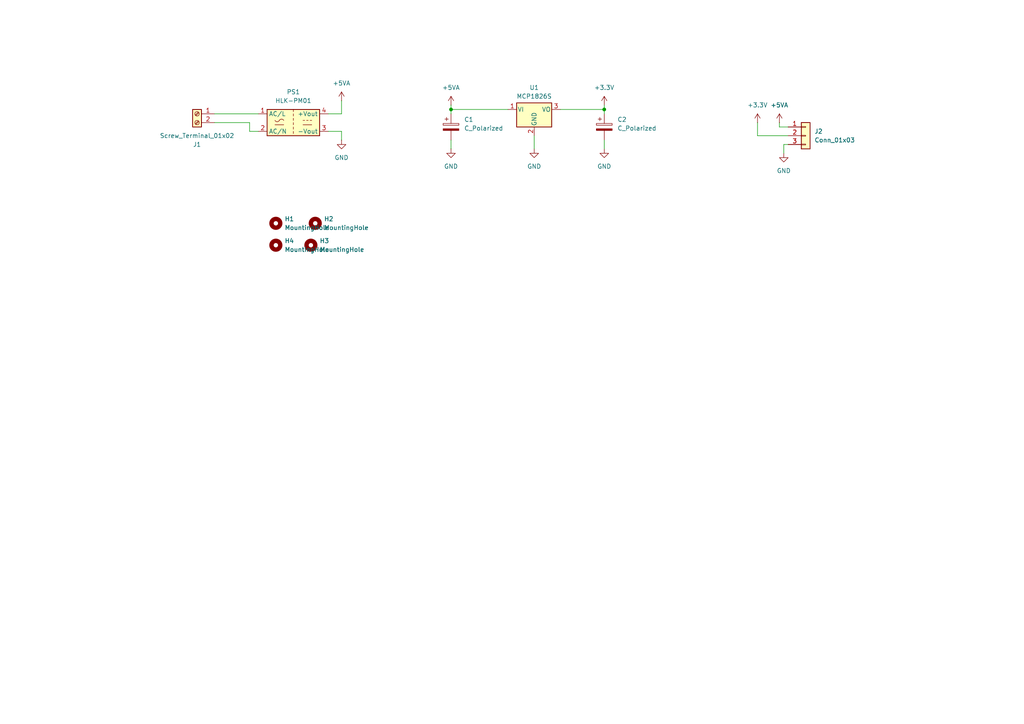
<source format=kicad_sch>
(kicad_sch (version 20231120) (generator "eeschema") (generator_version "8.0")
  (paper "A4")
  (lib_symbols
    (symbol "Connector:Screw_Terminal_01x02" (pin_names (offset 1.016) hide)
      (property "Reference" "J" (at 0 2.54 0))
      (property "Value" "Screw_Terminal_01x02" (at 0 -5.08 0))
      (symbol "Screw_Terminal_01x02_1_1"
        (rectangle (start -1.27 1.27) (end 1.27 -3.81) (stroke (width 0.254)) (fill (type background)))
        (circle (center 0 -2.54) (radius 0.635) (stroke (width 0.1524)))
        (polyline (pts (xy -0.5334 -2.2098) (xy 0.3302 -3.048)) (stroke (width 0.1524)))
        (polyline (pts (xy -0.5334 0.3302) (xy 0.3302 -0.508)) (stroke (width 0.1524)))
        (polyline (pts (xy -0.3556 -2.032) (xy 0.508 -2.8702)) (stroke (width 0.1524)))
        (polyline (pts (xy -0.3556 0.508) (xy 0.508 -0.3302)) (stroke (width 0.1524)))
        (circle (center 0 0) (radius 0.635) (stroke (width 0.1524)))
        (pin passive line (at -5.08 0 0) (length 3.81) (name "Pin_1") (number "1"))
        (pin passive line (at -5.08 -2.54 0) (length 3.81) (name "Pin_2") (number "2"))
      )
    )
    (symbol "Connector_Generic:Conn_01x03" (pin_names (offset 1.016) hide)
      (property "Reference" "J" (at 0 5.08 0))
      (property "Value" "Conn_01x03" (at 0 -5.08 0))
      (symbol "Conn_01x03_1_1"
        (rectangle (start -1.27 -2.413) (end 0 -2.667) (stroke (width 0.1524)))
        (rectangle (start -1.27 0.127) (end 0 -0.127) (stroke (width 0.1524)))
        (rectangle (start -1.27 2.667) (end 0 2.413) (stroke (width 0.1524)))
        (rectangle (start -1.27 3.81) (end 1.27 -3.81) (stroke (width 0.254)) (fill (type background)))
        (pin passive line (at -5.08 2.54 0) (length 3.81) (name "Pin_1") (number "1"))
        (pin passive line (at -5.08 0 0) (length 3.81) (name "Pin_2") (number "2"))
        (pin passive line (at -5.08 -2.54 0) (length 3.81) (name "Pin_3") (number "3"))
      )
    )
    (symbol "Converter_ACDC:HLK-PM01"
      (property "Reference" "PS" (at 0 5.08 0))
      (property "Value" "HLK-PM01" (at 0 -5.08 0))
      (symbol "HLK-PM01_0_1"
        (rectangle (start -7.62 3.81) (end 7.62 -3.81) (stroke (width 0.254)) (fill (type background)))
        (arc (start -5.334 0.635) (mid -4.699 0.2495) (end -4.064 0.635))
        (arc (start -2.794 0.635) (mid -3.429 1.0072) (end -4.064 0.635))
        (polyline (pts (xy -5.334 -0.635) (xy -2.794 -0.635)))
        (polyline (pts (xy 0 -2.54) (xy 0 -3.175)))
        (polyline (pts (xy 0 -1.27) (xy 0 -1.905)))
        (polyline (pts (xy 0 0) (xy 0 -0.635)))
        (polyline (pts (xy 0 1.27) (xy 0 0.635)))
        (polyline (pts (xy 0 2.54) (xy 0 1.905)))
        (polyline (pts (xy 0 3.81) (xy 0 3.175)))
        (polyline (pts (xy 2.794 -0.635) (xy 5.334 -0.635)))
        (polyline (pts (xy 2.794 0.635) (xy 3.302 0.635)))
        (polyline (pts (xy 3.81 0.635) (xy 4.318 0.635)))
        (polyline (pts (xy 4.826 0.635) (xy 5.334 0.635)))
      )
      (symbol "HLK-PM01_1_1"
        (pin power_in line (at -10.16 2.54 0) (length 2.54) (name "AC/L") (number "1"))
        (pin power_in line (at -10.16 -2.54 0) (length 2.54) (name "AC/N") (number "2"))
        (pin power_out line (at 10.16 -2.54 180) (length 2.54) (name "-Vout") (number "3"))
        (pin power_out line (at 10.16 2.54 180) (length 2.54) (name "+Vout") (number "4"))
      )
    )
    (symbol "Device:C_Polarized" (pin_numbers hide) (pin_names (offset 0.254))
      (property "Reference" "C" (at 0.635 2.54 0))
      (property "Value" "C_Polarized" (at 0.635 -2.54 0))
      (symbol "C_Polarized_0_1"
        (rectangle (start -2.286 0.508) (end 2.286 1.016))
        (polyline (pts (xy -1.778 2.286) (xy -0.762 2.286)))
        (polyline (pts (xy -1.27 2.794) (xy -1.27 1.778)))
        (rectangle (start 2.286 -0.508) (end -2.286 -1.016) (fill (type outline)))
      )
      (symbol "C_Polarized_1_1"
        (pin passive line (at 0 3.81 270) (length 2.794) (name "~") (number "1"))
        (pin passive line (at 0 -3.81 90) (length 2.794) (name "~") (number "2"))
      )
    )
    (symbol "Mechanical:MountingHole" (pin_names (offset 1.016)) (exclude_from_sim yes) (in_bom no)
      (property "Reference" "H" (at 0 5.08 0))
      (property "Value" "MountingHole" (at 0 3.175 0))
      (symbol "MountingHole_0_1"
        (circle (center 0 0) (radius 1.27) (stroke (width 1.27)))
      )
    )
    (symbol "Regulator_Linear:MCP1826S" (pin_names (offset 0.254))
      (property "Reference" "U" (at -3.81 3.175 0))
      (property "Value" "MCP1826S" (at 0 3.175 0))
      (symbol "MCP1826S_0_1"
        (rectangle (start -5.08 1.905) (end 5.08 -5.08) (stroke (width 0.254)) (fill (type background)))
      )
      (symbol "MCP1826S_1_1"
        (pin power_in line (at -7.62 0 0) (length 2.54) (name "VI") (number "1"))
        (pin power_in line (at 0 -7.62 90) (length 2.54) (name "GND") (number "2"))
        (pin power_out line (at 7.62 0 180) (length 2.54) (name "VO") (number "3"))
      )
    )
    (symbol "power:+3.3V" (power) (pin_numbers hide) (pin_names (offset 0) hide)
      (property "Value" "+3.3V" (at 0 3.556 0))
      (symbol "+3.3V_0_1"
        (polyline (pts (xy -0.762 1.27) (xy 0 2.54)))
        (polyline (pts (xy 0 0) (xy 0 2.54)))
        (polyline (pts (xy 0 2.54) (xy 0.762 1.27)))
      )
      (symbol "+3.3V_1_1"
        (pin power_in line (at 0 0 90) (length 0) (name "~") (number "1"))
      )
    )
    (symbol "power:+5VA" (power) (pin_numbers hide) (pin_names (offset 0) hide)
      (property "Value" "+5VA" (at 0 3.556 0))
      (symbol "+5VA_0_1"
        (polyline (pts (xy -0.762 1.27) (xy 0 2.54)))
        (polyline (pts (xy 0 0) (xy 0 2.54)))
        (polyline (pts (xy 0 2.54) (xy 0.762 1.27)))
      )
      (symbol "+5VA_1_1"
        (pin power_in line (at 0 0 90) (length 0) (name "~") (number "1"))
      )
    )
    (symbol "power:GND" (power) (pin_numbers hide) (pin_names (offset 0) hide)
      (property "Value" "GND" (at 0 -3.81 0))
      (symbol "GND_0_1"
        (polyline (pts (xy 0 0) (xy 0 -1.27) (xy 1.27 -1.27) (xy 0 -2.54) (xy -1.27 -1.27) (xy 0 -1.27)))
      )
      (symbol "GND_1_1"
        (pin power_in line (at 0 0 270) (length 0) (name "~") (number "1"))
      )
    )
  )
  (junction (at 175.26 31.75))
  (junction (at 130.81 31.75))
  (wire (pts (xy 62.23 35.56) (xy 72.39 35.56)))
  (wire (pts (xy 99.06 38.1) (xy 95.25 38.1)))
  (wire (pts (xy 175.26 40.64) (xy 175.26 43.18)))
  (wire (pts (xy 130.81 31.75) (xy 130.81 33.02)))
  (wire (pts (xy 130.81 40.64) (xy 130.81 43.18)))
  (wire (pts (xy 99.06 29.21) (xy 99.06 33.02)))
  (wire (pts (xy 99.06 33.02) (xy 95.25 33.02)))
  (wire (pts (xy 227.33 44.45) (xy 227.33 41.91)))
  (wire (pts (xy 72.39 35.56) (xy 72.39 38.1)))
  (wire (pts (xy 154.94 39.37) (xy 154.94 43.18)))
  (wire (pts (xy 175.26 30.48) (xy 175.26 31.75)))
  (wire (pts (xy 175.26 31.75) (xy 175.26 33.02)))
  (wire (pts (xy 147.32 31.75) (xy 130.81 31.75)))
  (wire (pts (xy 219.71 39.37) (xy 228.6 39.37)))
  (wire (pts (xy 99.06 40.64) (xy 99.06 38.1)))
  (wire (pts (xy 226.06 36.83) (xy 228.6 36.83)))
  (wire (pts (xy 227.33 41.91) (xy 228.6 41.91)))
  (wire (pts (xy 130.81 30.48) (xy 130.81 31.75)))
  (wire (pts (xy 162.56 31.75) (xy 175.26 31.75)))
  (wire (pts (xy 226.06 35.56) (xy 226.06 36.83)))
  (wire (pts (xy 62.23 33.02) (xy 74.93 33.02)))
  (wire (pts (xy 72.39 38.1) (xy 74.93 38.1)))
  (wire (pts (xy 219.71 35.56) (xy 219.71 39.37)))
  (symbol (lib_id "Mechanical:MountingHole") (at 90.17 71.12 0) (unit 1) (exclude_from_sim yes) (in_bom no)
    (property "Reference" "H3" (at 92.71 69.8499 0) (effects (justify left)))
    (property "Value" "MountingHole" (at 92.71 72.3899 0) (effects (justify left)))
    (property "Footprint" "MountingHole:MountingHole_3.2mm_M3_DIN965" (effects (hide yes)))
    (property "Description" "Mounting Hole without connection" (effects (hide yes)))
  )
  (symbol (lib_id "Connector_Generic:Conn_01x03") (at 233.68 39.37 0) (unit 1)
    (property "Reference" "J2" (at 236.22 38.0999 0) (effects (justify left)))
    (property "Value" "Conn_01x03" (at 236.22 40.6399 0) (effects (justify left)))
    (property "Footprint" "Connector_JST:JST_NV_B03P-NV_1x03_P5.00mm_Vertical" (effects (hide yes)))
    (property "Description" "Generic connector, single row, 01x03, script generated (kicad-library-utils/schlib/autogen/connector/)" (effects (hide yes)))
  )
  (symbol (lib_id "power:+5VA") (at 99.06 29.21 0) (unit 1)
    (property "Reference" "#PWR02" (effects (hide yes)))
    (property "Value" "+5VA" (at 99.06 24.13 0))
    (property "Description" "Power symbol creates a global label with name \"+5VA\"" (effects (hide yes)))
  )
  (symbol (lib_id "power:+5VA") (at 130.81 30.48 0) (unit 1)
    (property "Reference" "#PWR06" (effects (hide yes)))
    (property "Value" "+5VA" (at 130.81 25.4 0))
    (property "Description" "Power symbol creates a global label with name \"+5VA\"" (effects (hide yes)))
  )
  (symbol (lib_id "power:GND") (at 99.06 40.64 0) (unit 1)
    (property "Reference" "#PWR01" (effects (hide yes)))
    (property "Value" "GND" (at 99.06 45.72 0))
    (property "Description" "Power symbol creates a global label with name \"GND\" , ground" (effects (hide yes)))
  )
  (symbol (lib_id "Device:C_Polarized") (at 130.81 36.83 0) (unit 1)
    (property "Reference" "C1" (at 134.62 34.6709 0) (effects (justify left)))
    (property "Value" "C_Polarized" (at 134.62 37.2109 0) (effects (justify left)))
    (property "Footprint" "Capacitor_THT:CP_Radial_D4.0mm_P1.50mm" (effects (hide yes)))
    (property "Description" "Polarized capacitor" (effects (hide yes)))
  )
  (symbol (lib_id "Mechanical:MountingHole") (at 91.44 64.77 0) (unit 1) (exclude_from_sim yes) (in_bom no)
    (property "Reference" "H2" (at 93.98 63.4999 0) (effects (justify left)))
    (property "Value" "MountingHole" (at 93.98 66.0399 0) (effects (justify left)))
    (property "Footprint" "MountingHole:MountingHole_3.2mm_M3_DIN965" (effects (hide yes)))
    (property "Description" "Mounting Hole without connection" (effects (hide yes)))
  )
  (symbol (lib_id "power:GND") (at 227.33 44.45 0) (unit 1)
    (property "Reference" "#PWR08" (effects (hide yes)))
    (property "Value" "GND" (at 227.33 49.53 0))
    (property "Description" "Power symbol creates a global label with name \"GND\" , ground" (effects (hide yes)))
  )
  (symbol (lib_id "power:+3.3V") (at 219.71 35.56 0) (unit 1)
    (property "Reference" "#PWR09" (effects (hide yes)))
    (property "Value" "+3.3V" (at 219.71 30.48 0))
    (property "Description" "Power symbol creates a global label with name \"+3.3V\"" (effects (hide yes)))
  )
  (symbol (lib_id "Connector:Screw_Terminal_01x02") (at 57.15 33.02 0) (mirror y) (unit 1)
    (property "Reference" "J1" (at 57.15 41.91 0))
    (property "Value" "Screw_Terminal_01x02" (at 57.15 39.37 0))
    (property "Footprint" "TerminalBlock_Phoenix:TerminalBlock_Phoenix_MKDS-1,5-2-5.08_1x02_P5.08mm_Horizontal" (effects (hide yes)))
    (property "Description" "Generic screw terminal, single row, 01x02, script generated (kicad-library-utils/schlib/autogen/connector/)" (effects (hide yes)))
  )
  (symbol (lib_id "power:+5VA") (at 226.06 35.56 0) (unit 1)
    (property "Reference" "#PWR010" (effects (hide yes)))
    (property "Value" "+5VA" (at 226.06 30.48 0))
    (property "Description" "Power symbol creates a global label with name \"+5VA\"" (effects (hide yes)))
  )
  (symbol (lib_id "power:GND") (at 154.94 43.18 0) (unit 1)
    (property "Reference" "#PWR03" (effects (hide yes)))
    (property "Value" "GND" (at 154.94 48.26 0))
    (property "Description" "Power symbol creates a global label with name \"GND\" , ground" (effects (hide yes)))
  )
  (symbol (lib_id "power:+3.3V") (at 175.26 30.48 0) (unit 1)
    (property "Reference" "#PWR07" (effects (hide yes)))
    (property "Value" "+3.3V" (at 175.26 25.4 0))
    (property "Description" "Power symbol creates a global label with name \"+3.3V\"" (effects (hide yes)))
  )
  (symbol (lib_id "Mechanical:MountingHole") (at 80.01 71.12 0) (unit 1) (exclude_from_sim yes) (in_bom no)
    (property "Reference" "H4" (at 82.55 69.8499 0) (effects (justify left)))
    (property "Value" "MountingHole" (at 82.55 72.3899 0) (effects (justify left)))
    (property "Footprint" "MountingHole:MountingHole_3.2mm_M3_DIN965" (effects (hide yes)))
    (property "Description" "Mounting Hole without connection" (effects (hide yes)))
  )
  (symbol (lib_id "Device:C_Polarized") (at 175.26 36.83 0) (unit 1)
    (property "Reference" "C2" (at 179.07 34.6709 0) (effects (justify left)))
    (property "Value" "C_Polarized" (at 179.07 37.2109 0) (effects (justify left)))
    (property "Footprint" "Capacitor_THT:CP_Radial_D4.0mm_P1.50mm" (effects (hide yes)))
    (property "Description" "Polarized capacitor" (effects (hide yes)))
  )
  (symbol (lib_id "Converter_ACDC:HLK-PM01") (at 85.09 35.56 0) (unit 1)
    (property "Reference" "PS1" (at 85.09 26.67 0))
    (property "Value" "HLK-PM01" (at 85.09 29.21 0))
    (property "Footprint" "Converter_ACDC:Converter_ACDC_Hi-Link_HLK-PMxx" (effects (hide yes)))
    (property "Datasheet" "https://h.hlktech.com/download/ACDC%E7%94%B5%E6%BA%90%E6%A8%A1%E5%9D%973W%E7%B3%BB%E5%88%97/1/%E6%B5%B7%E5%87%8C%E7%A7%913W%E7%B3%BB%E5%88%97%E7%94%B5%E6%BA%90%E6%A8%A1%E5%9D%97%E8%A7%84%E6%A0%BC%E4%B9%A6V2.8.pdf" (effects (hide yes)))
    (property "Description" "Compact AC/DC board mount power module 3W 5V" (effects (hide yes)))
  )
  (symbol (lib_id "power:GND") (at 175.26 43.18 0) (unit 1)
    (property "Reference" "#PWR05" (effects (hide yes)))
    (property "Value" "GND" (at 175.26 48.26 0))
    (property "Description" "Power symbol creates a global label with name \"GND\" , ground" (effects (hide yes)))
  )
  (symbol (lib_id "Mechanical:MountingHole") (at 80.01 64.77 0) (unit 1) (exclude_from_sim yes) (in_bom no)
    (property "Reference" "H1" (at 82.55 63.4999 0) (effects (justify left)))
    (property "Value" "MountingHole" (at 82.55 66.0399 0) (effects (justify left)))
    (property "Footprint" "MountingHole:MountingHole_3.2mm_M3_DIN965" (effects (hide yes)))
    (property "Description" "Mounting Hole without connection" (effects (hide yes)))
  )
  (symbol (lib_id "power:GND") (at 130.81 43.18 0) (unit 1)
    (property "Reference" "#PWR04" (effects (hide yes)))
    (property "Value" "GND" (at 130.81 48.26 0))
    (property "Description" "Power symbol creates a global label with name \"GND\" , ground" (effects (hide yes)))
  )
  (symbol (lib_id "Regulator_Linear:MCP1826S") (at 154.94 31.75 0) (unit 1)
    (property "Reference" "U1" (at 154.94 25.4 0))
    (property "Value" "MCP1826S" (at 154.94 27.94 0))
    (property "Footprint" "Package_TO_SOT_THT:TO-220-3_Vertical" (effects (hide yes)))
    (property "Datasheet" "http://ww1.microchip.com/downloads/en/DeviceDoc/22057B.pdf" (effects (hide yes)))
    (property "Description" "1000mA, Low-Voltage, Low Quiescent Current LDO Regulator, SOT-223, TO-220, TO-263" (effects (hide yes)))
  )
)
</source>
